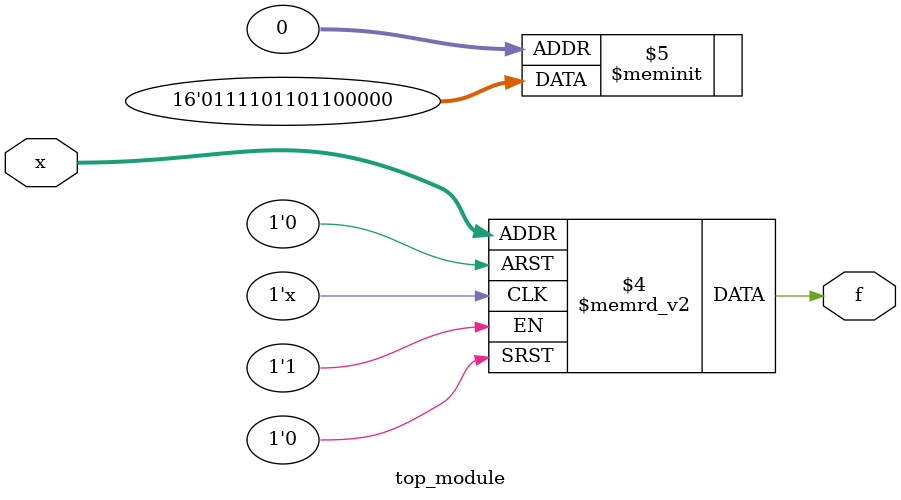
<source format=sv>
module top_module (
    input [4:1] x,
    output logic f
);

    always @(*) begin
        case (x)
            4'b0000: f = 1'b0;  // d but choose to output 0
            4'b0001: f = 1'b0;
            4'b0010: f = 1'b0;  // d but choose to output 0
            4'b0011: f = 1'b0;  // d but choose to output 0
            4'b0100: f = 1'b0;
            4'b0101: f = 1'b1;  // d but should be 1
            4'b0110: f = 1'b1;
            4'b0111: f = 1'b0;
            4'b1000: f = 1'b1;
            4'b1001: f = 1'b1;
            4'b1010: f = 1'b0;
            4'b1011: f = 1'b1;  // d but should be 1
            4'b1100: f = 1'b1;
            4'b1101: f = 1'b1;
            4'b1110: f = 1'b1;  // d but should be 1
            4'b1111: f = 1'b0;  // d but should be 1
            default: f = 1'b0;
        endcase
    end

endmodule

</source>
